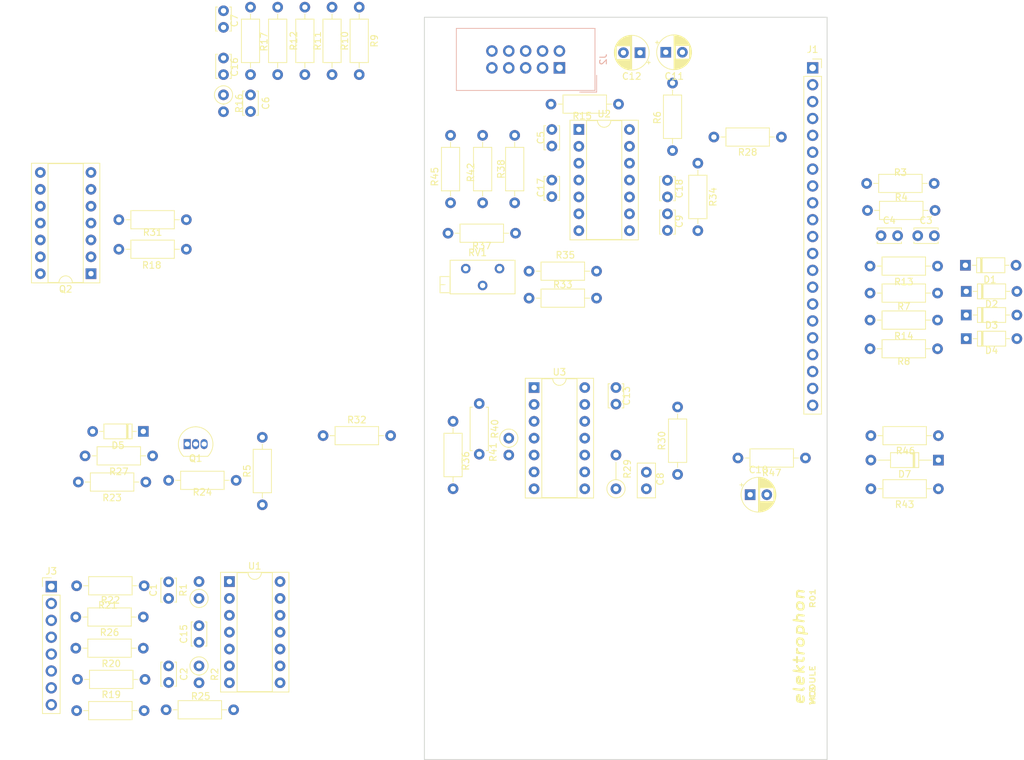
<source format=kicad_pcb>
(kicad_pcb (version 20221018) (generator pcbnew)
  (title_block (title "Voltage Controlled Slope") (date "2019-12-01") (rev "01") (comment 1 "Original design by Ken Stone") (comment 2 "PCB for main circuit") (comment 4 "License CC BY 4.0 - Attribution 4.0 International"))
  (layers (0 "F.Cu" signal) (31 "B.Cu" signal) (34 "B.Paste" user) (35 "F.Paste" user) (36 "B.SilkS" user "B.Silkscreen") (37 "F.SilkS" user "F.Silkscreen") (38 "B.Mask" user) (39 "F.Mask" user) (44 "Edge.Cuts" user))
  (net 0 "")
  (net 1 "/FALL_1")
  (net 2 "/FALL")
  (net 3 "/RISE_1")
  (net 4 "/RISE")
  (net 5 "/TRIGGER")
  (net 6 "Net-(C3-Pad1)")
  (net 7 "/CYCLE_1")
  (net 8 "Net-(C4-Pad1)")
  (net 9 "Net-(C5-Pad2)")
  (net 10 "Net-(C5-Pad1)")
  (net 11 "Net-(C6-Pad2)")
  (net 12 "Net-(C6-Pad1)")
  (net 13 "Net-(C7-Pad2)")
  (net 14 "Net-(C7-Pad1)")
  (net 15 "/NET_1")
  (net 16 "Net-(C8-Pad1)")
  (net 17 "GND")
  (net 18 "+15V")
  (net 19 "-15V")
  (net 20 "/AC_OUT")
  (net 21 "/OUT")
  (net 22 "Net-(D1-Pad2)")
  (net 23 "Net-(D1-Pad1)")
  (net 24 "/CYCLE_2")
  (net 25 "Net-(D3-Pad2)")
  (net 26 "Net-(D5-Pad1)")
  (net 27 "Net-(D7-Pad1)")
  (net 28 "+5V")
  (net 29 "/BIPOLAR_OUT")
  (net 30 "/CV")
  (net 31 "/RISE_RATE")
  (net 32 "/RISE_2")
  (net 33 "/FALL_RATE")
  (net 34 "/FALL_2")
  (net 35 "/IN")
  (net 36 "Net-(Q2-Pad2)")
  (net 37 "TRIG")
  (net 38 "Net-(R15-Pad2)")
  (net 39 "Net-(R33-Pad2)")
  (net 40 "Net-(C8-Pad2)")
  (net 41 "Net-(C9-Pad1)")
  (net 42 "Net-(D5-Pad2)")
  (net 43 "Net-(Q1-Pad2)")
  (net 44 "Net-(Q2-Pad13)")
  (net 45 "Net-(Q2-Pad10)")
  (net 46 "Net-(Q2-Pad9)")
  (net 47 "Net-(R30-Pad2)")
  (net 48 "Net-(R33-Pad1)")
  (net 49 "Net-(R35-Pad1)")
  (net 50 "Net-(R37-Pad2)")
  (net 51 "Net-(R40-Pad2)")
  (net 52 "Net-(R40-Pad1)")
  (net 53 "Net-(R41-Pad2)")
  (net 54 "Net-(R45-Pad1)")
  (net 55 "Net-(U2-Pad13)")
  (net 56 "Net-(J1-Pad21)")
  (net 57 "Net-(J1-Pad20)")
  (net 58 "Net-(J1-Pad19)")
  (net 59 "Net-(J1-Pad18)")
  (net 60 "Net-(J1-Pad17)")
  (net 61 "Net-(J1-Pad16)")
  (net 62 "Net-(J1-Pad15)")
  (net 63 "Net-(J1-Pad14)")
  (net 64 "Net-(J1-Pad13)")
  (net 65 "Net-(U3-Pad5)")
  (footprint "Capacitor_THT:C_Disc_D3.4mm_W2.1mm_P2.50mm" (layer "F.Cu") (at -13.081 112.903 90)
    (fp_text reference "C1" (at 1.25 -2.3 90) (layer "F.SilkS"))
    (fp_text value "47p")
    (pad "1" thru_hole circle (at 0 0 90) (size 1.6 1.6) (drill 0.8) (layers "*.Cu" "*.Mask") (net 2 "/FALL"))
    (pad "2" thru_hole circle (at 2.5 0 90) (size 1.6 1.6) (drill 0.8) (layers "*.Cu" "*.Mask") (net 1 "/FALL_1"))
  )
  (footprint "Capacitor_THT:C_Disc_D3.4mm_W2.1mm_P2.50mm" (layer "F.Cu") (at -13.081 123.063 -90)
    (fp_text reference "C2" (at 1.25 -2.3 90) (layer "F.SilkS"))
    (fp_text value "47p")
    (pad "1" thru_hole circle (at 0 0 270) (size 1.6 1.6) (drill 0.8) (layers "*.Cu" "*.Mask") (net 4 "/RISE"))
    (pad "2" thru_hole circle (at 2.5 0 270) (size 1.6 1.6) (drill 0.8) (layers "*.Cu" "*.Mask") (net 3 "/RISE_1"))
  )
  (footprint "Capacitor_THT:C_Disc_D3.4mm_W2.1mm_P2.50mm" (layer "F.Cu") (at 99.6315 58.293)
    (fp_text reference "C3" (at 1.25 -2.3) (layer "F.SilkS"))
    (fp_text value "1n")
    (pad "1" thru_hole circle (at 0 0) (size 1.6 1.6) (drill 0.8) (layers "*.Cu" "*.Mask") (net 6 "Net-(C3-Pad1)"))
    (pad "2" thru_hole circle (at 2.5 0) (size 1.6 1.6) (drill 0.8) (layers "*.Cu" "*.Mask") (net 5 "/TRIGGER"))
  )
  (footprint "Capacitor_THT:C_Disc_D3.4mm_W2.1mm_P2.50mm" (layer "F.Cu") (at 94.107 58.293)
    (fp_text reference "C4" (at 1.25 -2.3) (layer "F.SilkS"))
    (fp_text value "1n")
    (pad "1" thru_hole circle (at 0 0) (size 1.6 1.6) (drill 0.8) (layers "*.Cu" "*.Mask") (net 8 "Net-(C4-Pad1)"))
    (pad "2" thru_hole circle (at 2.5 0) (size 1.6 1.6) (drill 0.8) (layers "*.Cu" "*.Mask") (net 7 "/CYCLE_1"))
  )
  (footprint "Capacitor_THT:C_Disc_D3.4mm_W2.1mm_P2.50mm" (layer "F.Cu") (at 44.577 42.291 -90)
    (fp_text reference "C5" (at 1.25 1.651 90) (layer "F.SilkS"))
    (fp_text value "47p")
    (pad "1" thru_hole circle (at 0 0 270) (size 1.6 1.6) (drill 0.8) (layers "*.Cu" "*.Mask") (net 10 "Net-(C5-Pad1)"))
    (pad "2" thru_hole circle (at 2.5 0 270) (size 1.6 1.6) (drill 0.8) (layers "*.Cu" "*.Mask") (net 9 "Net-(C5-Pad2)"))
  )
  (footprint "Capacitor_THT:C_Disc_D3.4mm_W2.1mm_P2.50mm" (layer "F.Cu") (at -0.762 37.084 -90)
    (fp_text reference "C6" (at 1.25 -2.3 90) (layer "F.SilkS"))
    (fp_text value "47p")
    (pad "1" thru_hole circle (at 0 0 270) (size 1.6 1.6) (drill 0.8) (layers "*.Cu" "*.Mask") (net 12 "Net-(C6-Pad1)"))
    (pad "2" thru_hole circle (at 2.5 0 270) (size 1.6 1.6) (drill 0.8) (layers "*.Cu" "*.Mask") (net 11 "Net-(C6-Pad2)"))
  )
  (footprint "Capacitor_THT:C_Disc_D3.4mm_W2.1mm_P2.50mm" (layer "F.Cu") (at -4.826 26.924 90)
    (fp_text reference "C7" (at 1.016 1.651 90) (layer "F.SilkS"))
    (fp_text value "47p")
    (pad "1" thru_hole circle (at 0 0 90) (size 1.6 1.6) (drill 0.8) (layers "*.Cu" "*.Mask") (net 14 "Net-(C7-Pad1)"))
    (pad "2" thru_hole circle (at 2.5 0 90) (size 1.6 1.6) (drill 0.8) (layers "*.Cu" "*.Mask") (net 13 "Net-(C7-Pad2)"))
  )
  (footprint "Capacitor_THT:C_Disc_D3.4mm_W2.1mm_P2.50mm" (layer "F.Cu") (at 61.976 54.991 -90)
    (fp_text reference "C9" (at 1.143 -1.778 90) (layer "F.SilkS"))
    (fp_text value "22n")
    (pad "1" thru_hole circle (at 0 0 270) (size 1.6 1.6) (drill 0.8) (layers "*.Cu" "*.Mask") (net 41 "Net-(C9-Pad1)"))
    (pad "2" thru_hole circle (at 2.5 0 270) (size 1.6 1.6) (drill 0.8) (layers "*.Cu" "*.Mask") (net 15 "/NET_1"))
  )
  (footprint "Capacitor_THT:CP_Radial_D5.0mm_P2.50mm" (layer "F.Cu") (at 61.722 30.6705)
    (fp_text reference "C11" (at 1.27 3.6195) (layer "F.SilkS"))
    (fp_text value "10u")
    (pad "1" thru_hole rect (at 0 0) (size 1.6 1.6) (drill 0.8) (layers "*.Cu" "*.Mask") (net 18 "+15V"))
    (pad "2" thru_hole circle (at 2.5 0) (size 1.6 1.6) (drill 0.8) (layers "*.Cu" "*.Mask") (net 17 "GND"))
  )
  (footprint "Capacitor_THT:CP_Radial_D5.0mm_P2.50mm" (layer "F.Cu") (at 57.8485 30.734 180)
    (fp_text reference "C12" (at 1.25 -3.556) (layer "F.SilkS"))
    (fp_text value "10u")
    (pad "1" thru_hole rect (at 0 0 180) (size 1.6 1.6) (drill 0.8) (layers "*.Cu" "*.Mask") (net 17 "GND"))
    (pad "2" thru_hole circle (at 2.5 0 180) (size 1.6 1.6) (drill 0.8) (layers "*.Cu" "*.Mask") (net 19 "-15V"))
  )
  (footprint "Capacitor_THT:C_Disc_D3.4mm_W2.1mm_P2.50mm" (layer "F.Cu") (at 54.229 81.153 -90)
    (fp_text reference "C13" (at 1.25 -1.5875 90) (layer "F.SilkS"))
    (fp_text value "0.1u")
    (pad "1" thru_hole circle (at 0 0 270) (size 1.6 1.6) (drill 0.8) (layers "*.Cu" "*.Mask") (net 18 "+15V"))
    (pad "2" thru_hole circle (at 2.5 0 270) (size 1.6 1.6) (drill 0.8) (layers "*.Cu" "*.Mask") (net 18 "+15V"))
  )
  (footprint "Capacitor_THT:C_Disc_D5.0mm_W2.5mm_P2.50mm" (layer "F.Cu") (at 58.801 96.393 90)
    (fp_text reference "C8" (at 1.4605 2.0955 90) (layer "F.SilkS"))
    (fp_text value "47p")
    (pad "1" thru_hole circle (at 0 0 90) (size 1.6 1.6) (drill 0.8) (layers "*.Cu" "*.Mask") (net 16 "Net-(C8-Pad1)"))
    (pad "2" thru_hole circle (at 2.5 0 90) (size 1.6 1.6) (drill 0.8) (layers "*.Cu" "*.Mask") (net 40 "Net-(C8-Pad2)"))
  )
  (footprint "Capacitor_THT:CP_Radial_D5.0mm_P2.50mm" (layer "F.Cu") (at 74.422 97.282)
    (fp_text reference "C10" (at 1.25 -3.75) (layer "F.SilkS"))
    (fp_text value "47u")
    (pad "1" thru_hole rect (at 0 0) (size 1.6 1.6) (drill 0.8) (layers "*.Cu" "*.Mask") (net 21 "/OUT"))
    (pad "2" thru_hole circle (at 2.5 0) (size 1.6 1.6) (drill 0.8) (layers "*.Cu" "*.Mask") (net 20 "/AC_OUT"))
  )
  (footprint "Capacitor_THT:C_Disc_D3.4mm_W2.1mm_P2.50mm" (layer "F.Cu") (at -8.509 119.507 90)
    (fp_text reference "C15" (at 1.25 -2.3 90) (layer "F.SilkS"))
    (fp_text value "0.1u")
    (pad "1" thru_hole circle (at 0 0 90) (size 1.6 1.6) (drill 0.8) (layers "*.Cu" "*.Mask") (net 18 "+15V"))
    (pad "2" thru_hole circle (at 2.5 0 90) (size 1.6 1.6) (drill 0.8) (layers "*.Cu" "*.Mask") (net 18 "+15V"))
  )
  (footprint "Capacitor_THT:C_Disc_D3.4mm_W2.1mm_P2.50mm" (layer "F.Cu") (at -4.826 34.036 90)
    (fp_text reference "C16" (at 1.143 1.651 90) (layer "F.SilkS"))
    (fp_text value "0.1u")
    (pad "1" thru_hole circle (at 0 0 90) (size 1.6 1.6) (drill 0.8) (layers "*.Cu" "*.Mask") (net 18 "+15V"))
    (pad "2" thru_hole circle (at 2.5 0 90) (size 1.6 1.6) (drill 0.8) (layers "*.Cu" "*.Mask") (net 19 "-15V"))
  )
  (footprint "Capacitor_THT:C_Disc_D3.4mm_W2.1mm_P2.50mm" (layer "F.Cu") (at 44.577 49.911 -90)
    (fp_text reference "C17" (at 1.143 1.651 90) (layer "F.SilkS"))
    (fp_text value "0.1u")
    (pad "1" thru_hole circle (at 0 0 270) (size 1.6 1.6) (drill 0.8) (layers "*.Cu" "*.Mask") (net 18 "+15V"))
    (pad "2" thru_hole circle (at 2.5 0 270) (size 1.6 1.6) (drill 0.8) (layers "*.Cu" "*.Mask") (net 18 "+15V"))
  )
  (footprint "Capacitor_THT:C_Disc_D3.4mm_W2.1mm_P2.50mm" (layer "F.Cu") (at 61.976 52.451 90)
    (fp_text reference "C18" (at 1.25 1.778 90) (layer "F.SilkS"))
    (fp_text value "0.1u")
    (pad "1" thru_hole circle (at 0 0 90) (size 1.6 1.6) (drill 0.8) (layers "*.Cu" "*.Mask") (net 18 "+15V"))
    (pad "2" thru_hole circle (at 2.5 0 90) (size 1.6 1.6) (drill 0.8) (layers "*.Cu" "*.Mask") (net 19 "-15V"))
  )
  (footprint "Diode_THT:D_DO-35_SOD27_P7.62mm_Horizontal" (layer "F.Cu") (at 106.807 62.738)
    (fp_text reference "D1" (at 3.683 2.159) (layer "F.SilkS"))
    (fp_text value "1N4148")
    (pad "1" thru_hole rect (at 0 0) (size 1.6 1.6) (drill 0.8) (layers "*.Cu" "*.Mask") (net 23 "Net-(D1-Pad1)"))
    (pad "2" thru_hole oval (at 7.62 0) (size 1.6 1.6) (drill 0.8) (layers "*.Cu" "*.Mask") (net 22 "Net-(D1-Pad2)"))
  )
  (footprint "Diode_THT:D_DO-35_SOD27_P7.62mm_Horizontal" (layer "F.Cu") (at 106.934 66.675)
    (fp_text reference "D2" (at 3.81 1.905) (layer "F.SilkS"))
    (fp_text value "1N4148")
    (pad "1" thru_hole rect (at 0 0) (size 1.6 1.6) (drill 0.8) (layers "*.Cu" "*.Mask") (net 24 "/CYCLE_2"))
    (pad "2" thru_hole oval (at 7.62 0) (size 1.6 1.6) (drill 0.8) (layers "*.Cu" "*.Mask") (net 22 "Net-(D1-Pad2)"))
  )
  (footprint "Diode_THT:D_DO-35_SOD27_P7.62mm_Horizontal" (layer "F.Cu") (at 106.934 70.231)
    (fp_text reference "D3" (at 3.81 1.524) (layer "F.SilkS"))
    (fp_text value "1N4148")
    (pad "1" thru_hole rect (at 0 0) (size 1.6 1.6) (drill 0.8) (layers "*.Cu" "*.Mask") (net 23 "Net-(D1-Pad1)"))
    (pad "2" thru_hole oval (at 7.62 0) (size 1.6 1.6) (drill 0.8) (layers "*.Cu" "*.Mask") (net 25 "Net-(D3-Pad2)"))
  )
  (footprint "Diode_THT:D_DO-35_SOD27_P7.62mm_Horizontal" (layer "F.Cu") (at 106.934 73.787)
    (fp_text reference "D4" (at 3.81 1.778) (layer "F.SilkS"))
    (fp_text value "1N4148")
    (pad "1" thru_hole rect (at 0 0) (size 1.6 1.6) (drill 0.8) (layers "*.Cu" "*.Mask") (net 24 "/CYCLE_2"))
    (pad "2" thru_hole oval (at 7.62 0) (size 1.6 1.6) (drill 0.8) (layers "*.Cu" "*.Mask") (net 25 "Net-(D3-Pad2)"))
  )
  (footprint "Diode_THT:D_DO-35_SOD27_P10.16mm_Horizontal" (layer "F.Cu") (at 102.743 92.075 180)
    (fp_text reference "D7" (at 5.08 -2.12) (layer "F.SilkS"))
    (fp_text value "5v5")
    (pad "1" thru_hole rect (at 0 0 180) (size 1.6 1.6) (drill 0.8) (layers "*.Cu" "*.Mask") (net 27 "Net-(D7-Pad1)"))
    (pad "2" thru_hole oval (at 10.16 0 180) (size 1.6 1.6) (drill 0.8) (layers "*.Cu" "*.Mask") (net 17 "GND"))
  )
  (footprint "Diode_THT:D_DO-35_SOD27_P7.62mm_Horizontal" (layer "F.Cu") (at -16.891 87.757 180)
    (fp_text reference "D5" (at 3.81 -2.12) (layer "F.SilkS"))
    (fp_text value "1N4148")
    (pad "1" thru_hole rect (at 0 0 180) (size 1.6 1.6) (drill 0.8) (layers "*.Cu" "*.Mask") (net 26 "Net-(D5-Pad1)"))
    (pad "2" thru_hole oval (at 7.62 0 180) (size 1.6 1.6) (drill 0.8) (layers "*.Cu" "*.Mask") (net 42 "Net-(D5-Pad2)"))
  )
  (footprint "MountingHole:MountingHole_2.2mm_M2" (layer "F.Cu") (at 27.94 27.94)
    (fp_text reference "H1" hide)
    (fp_text value "MountingHole" hide)
    (pad "" np_thru_hole circle locked (at 0 0) (size 2.2 2.2) (drill 2.2) (layers "*.Cu" "*.Mask"))
  )
  (footprint "MountingHole:MountingHole_2.2mm_M2" (layer "F.Cu") (at 83.46 27.94)
    (fp_text reference "H2" hide)
    (fp_text value "MountingHole" hide)
    (pad "" np_thru_hole circle locked (at 0 0) (size 2.2 2.2) (drill 2.2) (layers "*.Cu" "*.Mask"))
  )
  (footprint "MountingHole:MountingHole_2.2mm_M2" (layer "F.Cu") (at 83.46 134.62)
    (fp_text reference "H3" hide)
    (fp_text value "MountingHole" hide)
    (pad "" np_thru_hole circle locked (at 0 0) (size 2.2 2.2) (drill 2.2) (layers "*.Cu" "*.Mask"))
  )
  (footprint "MountingHole:MountingHole_2.2mm_M2" (layer "F.Cu") (at 27.94 134.62)
    (fp_text reference "H4" hide)
    (fp_text value "MountingHole" hide)
    (pad "" np_thru_hole circle (at 0 0) (size 2.2 2.2) (drill 2.2) (layers "*.Cu" "*.Mask"))
  )
  (footprint "Package_TO_SOT_THT:TO-92_Inline" (layer "F.Cu") (at -10.287 89.662)
    (fp_text reference "Q1" (at 1.27 2.159) (layer "F.SilkS"))
    (fp_text value "2N3906")
    (pad "1" thru_hole rect (at 0 0) (size 1.05 1.5) (drill 0.75) (layers "*.Cu" "*.Mask") (net 18 "+15V"))
    (pad "2" thru_hole oval (at 1.27 0) (size 1.05 1.5) (drill 0.75) (layers "*.Cu" "*.Mask") (net 43 "Net-(Q1-Pad2)"))
    (pad "3" thru_hole oval (at 2.54 0) (size 1.05 1.5) (drill 0.75) (layers "*.Cu" "*.Mask") (net 26 "Net-(D5-Pad1)"))
  )
  (footprint "Package_DIP:DIP-14_W7.62mm_Socket" (layer "F.Cu") (at -24.765 64.008 180)
    (fp_text reference "Q2" (at 3.81 -2.33) (layer "F.SilkS"))
    (fp_text value "THAT340")
    (pad "1" thru_hole rect (at 0 0 180) (size 1.6 1.6) (drill 0.8) (layers "*.Cu" "*.Mask") (net 17 "GND"))
    (pad "2" thru_hole oval (at 0 2.54 180) (size 1.6 1.6) (drill 0.8) (layers "*.Cu" "*.Mask") (net 36 "Net-(Q2-Pad2)"))
    (pad "3" thru_hole oval (at 0 5.08 180) (size 1.6 1.6) (drill 0.8) (layers "*.Cu" "*.Mask") (net 45 "Net-(Q2-Pad10)"))
    (pad "4" thru_hole oval (at 0 7.62 180) (size 1.6 1.6) (drill 0.8) (layers "*.Cu" "*.Mask") (net 17 "GND"))
    (pad "5" thru_hole oval (at 0 10.16 180) (size 1.6 1.6) (drill 0.8) (layers "*.Cu" "*.Mask") (net 45 "Net-(Q2-Pad10)"))
    (pad "6" thru_hole oval (at 0 12.7 180) (size 1.6 1.6) (drill 0.8) (layers "*.Cu" "*.Mask") (net 44 "Net-(Q2-Pad13)"))
    (pad "7" thru_hole oval (at 0 15.24 180) (size 1.6 1.6) (drill 0.8) (layers "*.Cu" "*.Mask") (net 17 "GND"))
    (pad "8" thru_hole oval (at 7.62 15.24 180) (size 1.6 1.6) (drill 0.8) (layers "*.Cu" "*.Mask") (net 41 "Net-(C9-Pad1)"))
    (pad "9" thru_hole oval (at 7.62 12.7 180) (size 1.6 1.6) (drill 0.8) (layers "*.Cu" "*.Mask") (net 46 "Net-(Q2-Pad9)"))
    (pad "10" thru_hole oval (at 7.62 10.16 180) (size 1.6 1.6) (drill 0.8) (layers "*.Cu" "*.Mask") (net 45 "Net-(Q2-Pad10)"))
    (pad "11" thru_hole oval (at 7.62 7.62 180) (size 1.6 1.6) (drill 0.8) (layers "*.Cu" "*.Mask") (net 17 "GND"))
    (pad "12" thru_hole oval (at 7.62 5.08 180) (size 1.6 1.6) (drill 0.8) (layers "*.Cu" "*.Mask") (net 45 "Net-(Q2-Pad10)"))
    (pad "13" thru_hole oval (at 7.62 2.54 180) (size 1.6 1.6) (drill 0.8) (layers "*.Cu" "*.Mask") (net 44 "Net-(Q2-Pad13)"))
    (pad "14" thru_hole oval (at 7.62 0 180) (size 1.6 1.6) (drill 0.8) (layers "*.Cu" "*.Mask") (net 41 "Net-(C9-Pad1)"))
  )
  (footprint "Resistor_THT:R_Axial_DIN0207_L6.3mm_D2.5mm_P10.16mm_Horizontal" (layer "F.Cu") (at 91.948 50.419)
    (fp_text reference "R3" (at 5.08 -1.651) (layer "F.SilkS"))
    (fp_text value "100k" hide)
    (pad "1" thru_hole circle (at 0 0) (size 1.6 1.6) (drill 0.8) (layers "*.Cu" "*.Mask") (net 17 "GND"))
    (pad "2" thru_hole oval (at 10.16 0) (size 1.6 1.6) (drill 0.8) (layers "*.Cu" "*.Mask") (net 5 "/TRIGGER"))
  )
  (footprint "Resistor_THT:R_Axial_DIN0207_L6.3mm_D2.5mm_P10.16mm_Horizontal" (layer "F.Cu") (at 92.075 54.483)
    (fp_text reference "R4" (at 5.08 -1.9685) (layer "F.SilkS"))
    (fp_text value "100k")
    (pad "1" thru_hole circle (at 0 0) (size 1.6 1.6) (drill 0.8) (layers "*.Cu" "*.Mask") (net 17 "GND"))
    (pad "2" thru_hole oval (at 10.16 0) (size 1.6 1.6) (drill 0.8) (layers "*.Cu" "*.Mask") (net 7 "/CYCLE_1"))
  )
  (footprint "Resistor_THT:R_Axial_DIN0207_L6.3mm_D2.5mm_P10.16mm_Horizontal" (layer "F.Cu") (at 92.456 66.929)
    (fp_text reference "R7" (at 5.08 2.032) (layer "F.SilkS"))
    (fp_text value "100k")
    (pad "1" thru_hole circle (at 0 0) (size 1.6 1.6) (drill 0.8) (layers "*.Cu" "*.Mask") (net 17 "GND"))
    (pad "2" thru_hole oval (at 10.16 0) (size 1.6 1.6) (drill 0.8) (layers "*.Cu" "*.Mask") (net 6 "Net-(C3-Pad1)"))
  )
  (footprint "Resistor_THT:R_Axial_DIN0207_L6.3mm_D2.5mm_P10.16mm_Horizontal" (layer "F.Cu") (at 92.456 75.311)
    (fp_text reference "R8" (at 5.08 1.905) (layer "F.SilkS"))
    (fp_text value "100k")
    (pad "1" thru_hole circle (at 0 0) (size 1.6 1.6) (drill 0.8) (layers "*.Cu" "*.Mask") (net 17 "GND"))
    (pad "2" thru_hole oval (at 10.16 0) (size 1.6 1.6) (drill 0.8) (layers "*.Cu" "*.Mask") (net 8 "Net-(C4-Pad1)"))
  )
  (footprint "Resistor_THT:R_Axial_DIN0207_L6.3mm_D2.5mm_P10.16mm_Horizontal" (layer "F.Cu") (at 102.616 62.865 180)
    (fp_text reference "R13" (at 5.08 -2.37) (layer "F.SilkS"))
    (fp_text value "33k")
    (pad "1" thru_hole circle (at 0 0 180) (size 1.6 1.6) (drill 0.8) (layers "*.Cu" "*.Mask") (net 6 "Net-(C3-Pad1)"))
    (pad "2" thru_hole oval (at 10.16 0 180) (size 1.6 1.6) (drill 0.8) (layers "*.Cu" "*.Mask") (net 22 "Net-(D1-Pad2)"))
  )
  (footprint "Resistor_THT:R_Axial_DIN0207_L6.3mm_D2.5mm_P10.16mm_Horizontal" (layer "F.Cu") (at 92.456 70.993)
    (fp_text reference "R14" (at 5.08 2.413) (layer "F.SilkS"))
    (fp_text value "33k")
    (pad "1" thru_hole circle (at 0 0) (size 1.6 1.6) (drill 0.8) (layers "*.Cu" "*.Mask") (net 8 "Net-(C4-Pad1)"))
    (pad "2" thru_hole oval (at 10.16 0) (size 1.6 1.6) (drill 0.8) (layers "*.Cu" "*.Mask") (net 25 "Net-(D3-Pad2)"))
  )
  (footprint "Resistor_THT:R_Axial_DIN0207_L6.3mm_D2.5mm_P5.08mm_Vertical" (layer "F.Cu") (at 54.229 96.393 90)
    (fp_text reference "R29" (at 2.9845 1.7145 90) (layer "F.SilkS"))
    (fp_text value "820k")
    (pad "1" thru_hole circle (at 0 0 90) (size 1.6 1.6) (drill 0.8) (layers "*.Cu" "*.Mask") (net 16 "Net-(C8-Pad1)"))
    (pad "2" thru_hole oval (at 5.08 0 90) (size 1.6 1.6) (drill 0.8) (layers "*.Cu" "*.Mask") (net 40 "Net-(C8-Pad2)"))
  )
  (footprint "Resistor_THT:R_Axial_DIN0207_L6.3mm_D2.5mm_P10.16mm_Horizontal" (layer "F.Cu") (at 63.5 94.234 90)
    (fp_text reference "R30" (at 5.08 -2.37 90) (layer "F.SilkS"))
    (fp_text value "820k")
    (pad "1" thru_hole circle (at 0 0 90) (size 1.6 1.6) (drill 0.8) (layers "*.Cu" "*.Mask") (net 37 "TRIG"))
    (pad "2" thru_hole oval (at 10.16 0 90) (size 1.6 1.6) (drill 0.8) (layers "*.Cu" "*.Mask") (net 47 "Net-(R30-Pad2)"))
  )
  (footprint "Resistor_THT:R_Axial_DIN0207_L6.3mm_D2.5mm_P10.16mm_Horizontal" (layer "F.Cu") (at 41.148 67.691)
    (fp_text reference "R33" (at 5.08 -2.032) (layer "F.SilkS"))
    (fp_text value "220k")
    (pad "1" thru_hole circle (at 0 0) (size 1.6 1.6) (drill 0.8) (layers "*.Cu" "*.Mask") (net 48 "Net-(R33-Pad1)"))
    (pad "2" thru_hole oval (at 10.16 0) (size 1.6 1.6) (drill 0.8) (layers "*.Cu" "*.Mask") (net 39 "Net-(R33-Pad2)"))
  )
  (footprint "Resistor_THT:R_Axial_DIN0207_L6.3mm_D2.5mm_P10.16mm_Horizontal" (layer "F.Cu") (at 51.308 63.627 180)
    (fp_text reference "R35" (at 4.699 2.413) (layer "F.SilkS"))
    (fp_text value "330k")
    (pad "1" thru_hole circle (at 0 0 180) (size 1.6 1.6) (drill 0.8) (layers "*.Cu" "*.Mask") (net 49 "Net-(R35-Pad1)"))
    (pad "2" thru_hole oval (at 10.16 0 180) (size 1.6 1.6) (drill 0.8) (layers "*.Cu" "*.Mask") (net 21 "/OUT"))
  )
  (footprint "Resistor_THT:R_Axial_DIN0207_L6.3mm_D2.5mm_P10.16mm_Horizontal" (layer "F.Cu") (at 29.718 96.393 90)
    (fp_text reference "R36" (at 4.191 1.905 90) (layer "F.SilkS"))
    (fp_text value "10m")
    (pad "1" thru_hole circle (at 0 0 90) (size 1.6 1.6) (drill 0.8) (layers "*.Cu" "*.Mask") (net 18 "+15V"))
    (pad "2" thru_hole oval (at 10.16 0 90) (size 1.6 1.6) (drill 0.8) (layers "*.Cu" "*.Mask") (net 49 "Net-(R35-Pad1)"))
  )
  (footprint "Resistor_THT:R_Axial_DIN0207_L6.3mm_D2.5mm_P10.16mm_Horizontal" (layer "F.Cu") (at 28.956 57.912)
    (fp_text reference "R37" (at 5.08 1.905) (layer "F.SilkS"))
    (fp_text value "100k")
    (pad "1" thru_hole circle (at 0 0) (size 1.6 1.6) (drill 0.8) (layers "*.Cu" "*.Mask") (net 21 "/OUT"))
    (pad "2" thru_hole oval (at 10.16 0) (size 1.6 1.6) (drill 0.8) (layers "*.Cu" "*.Mask") (net 50 "Net-(R37-Pad2)"))
  )
  (footprint "Resistor_THT:R_Axial_DIN0207_L6.3mm_D2.5mm_P10.16mm_Horizontal" (layer "F.Cu") (at 38.989 43.18 -90)
    (fp_text reference "R38" (at 5.08 2.032 90) (layer "F.SilkS"))
    (fp_text value "620k")
    (pad "1" thru_hole circle (at 0 0 270) (size 1.6 1.6) (drill 0.8) (layers "*.Cu" "*.Mask") (net 17 "GND"))
    (pad "2" thru_hole oval (at 10.16 0 270) (size 1.6 1.6) (drill 0.8) (layers "*.Cu" "*.Mask") (net 50 "Net-(R37-Pad2)"))
  )
  (footprint "Resistor_THT:R_Axial_DIN0207_L6.3mm_D2.5mm_P7.62mm_Horizontal" (layer "F.Cu") (at 33.655 91.186 90)
    (fp_text reference "R40" (at 3.81 2.3495 90) (layer "F.SilkS"))
    (fp_text value "1m")
    (pad "1" thru_hole circle (at 0 0 90) (size 1.6 1.6) (drill 0.8) (layers "*.Cu" "*.Mask") (net 52 "Net-(R40-Pad1)"))
    (pad "2" thru_hole oval (at 7.62 0 90) (size 1.6 1.6) (drill 0.8) (layers "*.Cu" "*.Mask") (net 51 "Net-(R40-Pad2)"))
  )
  (footprint "Resistor_THT:R_Axial_DIN0207_L6.3mm_D2.5mm_P2.54mm_Vertical" (layer "F.Cu") (at 38.1 88.773 -90)
    (fp_text reference "R41" (at 2.0955 2.3495 90) (layer "F.SilkS"))
    (fp_text value "1m")
    (pad "1" thru_hole circle (at 0 0 270) (size 1.6 1.6) (drill 0.8) (layers "*.Cu" "*.Mask") (net 52 "Net-(R40-Pad1)"))
    (pad "2" thru_hole oval (at 2.54 0 270) (size 1.6 1.6) (drill 0.8) (layers "*.Cu" "*.Mask") (net 53 "Net-(R41-Pad2)"))
  )
  (footprint "Resistor_THT:R_Axial_DIN0207_L6.3mm_D2.5mm_P10.16mm_Horizontal" (layer "F.Cu") (at 34.163 53.34 90)
    (fp_text reference "R42" (at 4.572 -1.778 90) (layer "F.SilkS"))
    (fp_text value "100k")
    (pad "1" thru_hole circle (at 0 0 90) (size 1.6 1.6) (drill 0.8) (layers "*.Cu" "*.Mask") (net 50 "Net-(R37-Pad2)"))
    (pad "2" thru_hole oval (at 10.16 0 90) (size 1.6 1.6) (drill 0.8) (layers "*.Cu" "*.Mask") (net 29 "/BIPOLAR_OUT"))
  )
  (footprint "Resistor_THT:R_Axial_DIN0207_L6.3mm_D2.5mm_P10.16mm_Horizontal" (layer "F.Cu") (at 102.743 96.393 180)
    (fp_text reference "R43" (at 5.08 -2.37) (layer "F.SilkS"))
    (fp_text value "2k2")
    (pad "1" thru_hole circle (at 0 0 180) (size 1.6 1.6) (drill 0.8) (layers "*.Cu" "*.Mask") (net 27 "Net-(D7-Pad1)"))
    (pad "2" thru_hole oval (at 10.16 0 180) (size 1.6 1.6) (drill 0.8) (layers "*.Cu" "*.Mask") (net 52 "Net-(R40-Pad1)"))
  )
  (footprint "Resistor_THT:R_Axial_DIN0207_L6.3mm_D2.5mm_P10.16mm_Horizontal" (layer "F.Cu") (at 29.337 53.34 90)
    (fp_text reference "R45" (at 3.937 -2.37 90) (layer "F.SilkS"))
    (fp_text value "330")
    (pad "1" thru_hole circle (at 0 0 90) (size 1.6 1.6) (drill 0.8) (layers "*.Cu" "*.Mask") (net 54 "Net-(R45-Pad1)"))
    (pad "2" thru_hole oval (at 10.16 0 90) (size 1.6 1.6) (drill 0.8) (layers "*.Cu" "*.Mask") (net 29 "/BIPOLAR_OUT"))
  )
  (footprint "Resistor_THT:R_Axial_DIN0207_L6.3mm_D2.5mm_P10.16mm_Horizontal" (layer "F.Cu") (at 92.583 88.392)
    (fp_text reference "R46" (at 5.207 2.286) (layer "F.SilkS"))
    (fp_text value "1k")
    (pad "1" thru_hole circle (at 0 0) (size 1.6 1.6) (drill 0.8) (layers "*.Cu" "*.Mask") (net 24 "/CYCLE_2"))
    (pad "2" thru_hole oval (at 10.16 0) (size 1.6 1.6) (drill 0.8) (layers "*.Cu" "*.Mask") (net 27 "Net-(D7-Pad1)"))
  )
  (footprint "Resistor_THT:R_Axial_DIN0207_L6.3mm_D2.5mm_P10.16mm_Horizontal" (layer "F.Cu") (at 72.5805 91.7575)
    (fp_text reference "R47" (at 5.08 2.2225) (layer "F.SilkS"))
    (fp_text value "1M")
    (pad "1" thru_hole circle (at 0 0) (size 1.6 1.6) (drill 0.8) (layers "*.Cu" "*.Mask") (net 20 "/AC_OUT"))
    (pad "2" thru_hole oval (at 10.16 0) (size 1.6 1.6) (drill 0.8) (layers "*.Cu" "*.Mask") (net 17 "GND"))
  )
  (footprint "Resistor_THT:R_Axial_DIN0207_L6.3mm_D2.5mm_P2.54mm_Vertical" (layer "F.Cu") (at -8.509 112.903 90)
    (fp_text reference "R1" (at 1.27 -2.37 90) (layer "F.SilkS"))
    (fp_text value "100k")
    (pad "1" thru_hole circle (at 0 0 90) (size 1.6 1.6) (drill 0.8) (layers "*.Cu" "*.Mask") (net 2 "/FALL"))
    (pad "2" thru_hole oval (at 2.54 0 90) (size 1.6 1.6) (drill 0.8) (layers "*.Cu" "*.Mask") (net 1 "/FALL_1"))
  )
  (footprint "Resistor_THT:R_Axial_DIN0207_L6.3mm_D2.5mm_P2.54mm_Vertical" (layer "F.Cu") (at -8.509 123.063 -90)
    (fp_text reference "R2" (at 1.27 -2.37 90) (layer "F.SilkS"))
    (fp_text value "100k")
    (pad "1" thru_hole circle (at 0 0 270) (size 1.6 1.6) (drill 0.8) (layers "*.Cu" "*.Mask") (net 4 "/RISE"))
    (pad "2" thru_hole oval (at 2.54 0 270) (size 1.6 1.6) (drill 0.8) (layers "*.Cu" "*.Mask") (net 3 "/RISE_1"))
  )
  (footprint "Resistor_THT:R_Axial_DIN0207_L6.3mm_D2.5mm_P10.16mm_Horizontal" (layer "F.Cu") (at 1.016 88.646 -90)
    (fp_text reference "R5" (at 5.08 2.286 90) (layer "F.SilkS"))
    (fp_text value "100k")
    (pad "1" thru_hole circle (at 0 0 270) (size 1.6 1.6) (drill 0.8) (layers "*.Cu" "*.Mask") (net 17 "GND"))
    (pad "2" thru_hole oval (at 10.16 0 270) (size 1.6 1.6) (drill 0.8) (layers "*.Cu" "*.Mask") (net 35 "/IN"))
  )
  (footprint "Resistor_THT:R_Axial_DIN0207_L6.3mm_D2.5mm_P10.16mm_Horizontal" (layer "F.Cu") (at 62.738 35.306 -90)
    (fp_text reference "R6" (at 5.207 2.286 90) (layer "F.SilkS"))
    (fp_text value "100k")
    (pad "1" thru_hole circle (at 0 0 270) (size 1.6 1.6) (drill 0.8) (layers "*.Cu" "*.Mask") (net 35 "/IN"))
    (pad "2" thru_hole oval (at 10.16 0 270) (size 1.6 1.6) (drill 0.8) (layers "*.Cu" "*.Mask") (net 9 "Net-(C5-Pad2)"))
  )
  (footprint "Resistor_THT:R_Axial_DIN0207_L6.3mm_D2.5mm_P10.16mm_Horizontal" (layer "F.Cu") (at 15.5956 23.876 -90)
    (fp_text reference "R9" (at 5.08 -2.286 90) (layer "F.SilkS"))
    (fp_text value "1M")
    (pad "1" thru_hole circle (at 0 0 270) (size 1.6 1.6) (drill 0.8) (layers "*.Cu" "*.Mask") (net 17 "GND"))
    (pad "2" thru_hole oval (at 10.16 0 270) (size 1.6 1.6) (drill 0.8) (layers "*.Cu" "*.Mask") (net 12 "Net-(C6-Pad1)"))
  )
  (footprint "Resistor_THT:R_Axial_DIN0207_L6.3mm_D2.5mm_P10.16mm_Horizontal" (layer "F.Cu") (at 11.5062 23.876 -90)
    (fp_text reference "R10" (at 5.08 -1.905 90) (layer "F.SilkS"))
    (fp_text value "470k")
    (pad "1" thru_hole circle (at 0 0 270) (size 1.6 1.6) (drill 0.8) (layers "*.Cu" "*.Mask") (net 1 "/FALL_1"))
    (pad "2" thru_hole oval (at 10.16 0 270) (size 1.6 1.6) (drill 0.8) (layers "*.Cu" "*.Mask") (net 12 "Net-(C6-Pad1)"))
  )
  (footprint "Resistor_THT:R_Axial_DIN0207_L6.3mm_D2.5mm_P10.16mm_Horizontal" (layer "F.Cu") (at 7.4168 23.876 -90)
    (fp_text reference "R11" (at 5.08 -1.905 90) (layer "F.SilkS"))
    (fp_text value "1M")
    (pad "1" thru_hole circle (at 0 0 270) (size 1.6 1.6) (drill 0.8) (layers "*.Cu" "*.Mask") (net 17 "GND"))
    (pad "2" thru_hole oval (at 10.16 0 270) (size 1.6 1.6) (drill 0.8) (layers "*.Cu" "*.Mask") (net 14 "Net-(C7-Pad1)"))
  )
  (footprint "Resistor_THT:R_Axial_DIN0207_L6.3mm_D2.5mm_P10.16mm_Horizontal" (layer "F.Cu") (at 3.3274 34.036 90)
    (fp_text reference "R12" (at 5.08 2.413 90) (layer "F.SilkS"))
    (fp_text value "470k")
    (pad "1" thru_hole circle (at 0 0 90) (size 1.6 1.6) (drill 0.8) (layers "*.Cu" "*.Mask") (net 3 "/RISE_1"))
    (pad "2" thru_hole oval (at 10.16 0 90) (size 1.6 1.6) (drill 0.8) (layers "*.Cu" "*.Mask") (net 14 "Net-(C7-Pad1)"))
  )
  (footprint "Resistor_THT:R_Axial_DIN0207_L6.3mm_D2.5mm_P10.16mm_Horizontal" (layer "F.Cu") (at 44.45 38.481)
    (fp_text reference "R15" (at 4.699 1.778) (layer "F.SilkS"))
    (fp_text value "10M")
    (pad "1" thru_hole circle (at 0 0) (size 1.6 1.6) (drill 0.8) (layers "*.Cu" "*.Mask") (net 10 "Net-(C5-Pad1)"))
    (pad "2" thru_hole oval (at 10.16 0) (size 1.6 1.6) (drill 0.8) (layers "*.Cu" "*.Mask") (net 38 "Net-(R15-Pad2)"))
  )
  (footprint "Resistor_THT:R_Axial_DIN0207_L6.3mm_D2.5mm_P2.54mm_Vertical" (layer "F.Cu") (at -4.826 37.084 -90)
    (fp_text reference "R16" (at 1.27 -2.37 90) (layer "F.SilkS"))
    (fp_text value "820k")
    (pad "1" thru_hole circle (at 0 0 270) (size 1.6 1.6) (drill 0.8) (layers "*.Cu" "*.Mask") (net 12 "Net-(C6-Pad1)"))
    (pad "2" thru_hole oval (at 2.54 0 270) (size 1.6 1.6) (drill 0.8) (layers "*.Cu" "*.Mask") (net 11 "Net-(C6-Pad2)"))
  )
  (footprint "Resistor_THT:R_Axial_DIN0207_L6.3mm_D2.5mm_P10.16mm_Horizontal" (layer "F.Cu") (at -0.762 34.036 90)
    (fp_text reference "R17" (at 4.953 2.032 90) (layer "F.SilkS"))
    (fp_text value "820k")
    (pad "1" thru_hole circle (at 0 0 90) (size 1.6 1.6) (drill 0.8) (layers "*.Cu" "*.Mask") (net 14 "Net-(C7-Pad1)"))
    (pad "2" thru_hole oval (at 10.16 0 90) (size 1.6 1.6) (drill 0.8) (layers "*.Cu" "*.Mask") (net 13 "Net-(C7-Pad2)"))
  )
  (footprint "Resistor_THT:R_Axial_DIN0207_L6.3mm_D2.5mm_P10.16mm_Horizontal" (layer "F.Cu") (at -20.574 60.325)
    (fp_text reference "R18" (at 4.953 2.413) (layer "F.SilkS"))
    (fp_text value "8k2")
    (pad "1" thru_hole circle (at 0 0) (size 1.6 1.6) (drill 0.8) (layers "*.Cu" "*.Mask") (net 38 "Net-(R15-Pad2)"))
    (pad "2" thru_hole oval (at 10.16 0) (size 1.6 1.6) (drill 0.8) (layers "*.Cu" "*.Mask") (net 45 "Net-(Q2-Pad10)"))
  )
  (footprint "Resistor_THT:R_Axial_DIN0207_L6.3mm_D2.5mm_P10.16mm_Horizontal" (layer "F.Cu") (at -16.764 129.794 180)
    (fp_text reference "R19" (at 4.953 2.413) (layer "F.SilkS"))
    (fp_text value "82k")
    (pad "1" thru_hole circle (at 0 0 180) (size 1.6 1.6) (drill 0.8) (layers "*.Cu" "*.Mask") (net 11 "Net-(C6-Pad2)"))
    (pad "2" thru_hole oval (at 10.16 0 180) (size 1.6 1.6) (drill 0.8) (layers "*.Cu" "*.Mask") (net 46 "Net-(Q2-Pad9)"))
  )
  (footprint "Resistor_THT:R_Axial_DIN0207_L6.3mm_D2.5mm_P10.16mm_Horizontal" (layer "F.Cu") (at -26.797 125.095)
    (fp_text reference "R20" (at 5.08 -2.37) (layer "F.SilkS"))
    (fp_text value "82k")
    (pad "1" thru_hole circle (at 0 0) (size 1.6 1.6) (drill 0.8) (layers "*.Cu" "*.Mask") (net 33 "/FALL_RATE"))
    (pad "2" thru_hole oval (at 10.16 0) (size 1.6 1.6) (drill 0.8) (layers "*.Cu" "*.Mask") (net 46 "Net-(Q2-Pad9)"))
  )
  (footprint "Resistor_THT:R_Axial_DIN0207_L6.3mm_D2.5mm_P10.16mm_Horizontal" (layer "F.Cu") (at -16.891 115.697 180)
    (fp_text reference "R21" (at 5.334 1.778) (layer "F.SilkS"))
    (fp_text value "82k")
    (pad "1" thru_hole circle (at 0 0 180) (size 1.6 1.6) (drill 0.8) (layers "*.Cu" "*.Mask") (net 13 "Net-(C7-Pad2)"))
    (pad "2" thru_hole oval (at 10.16 0 180) (size 1.6 1.6) (drill 0.8) (layers "*.Cu" "*.Mask") (net 36 "Net-(Q2-Pad2)"))
  )
  (footprint "Resistor_THT:R_Axial_DIN0207_L6.3mm_D2.5mm_P10.16mm_Horizontal" (layer "F.Cu") (at -26.924 110.998)
    (fp_text reference "R22" (at 5.08 2.159) (layer "F.SilkS"))
    (fp_text value "82k")
    (pad "1" thru_hole circle (at 0 0) (size 1.6 1.6) (drill 0.8) (layers "*.Cu" "*.Mask") (net 31 "/RISE_RATE"))
    (pad "2" thru_hole oval (at 10.16 0) (size 1.6 1.6) (drill 0.8) (layers "*.Cu" "*.Mask") (net 36 "Net-(Q2-Pad2)"))
  )
  (footprint "Resistor_THT:R_Axial_DIN0207_L6.3mm_D2.5mm_P10.16mm_Horizontal" (layer "F.Cu") (at -16.51 95.377 180)
    (fp_text reference "R23" (at 5.08 -2.37) (layer "F.SilkS"))
    (fp_text value "220k")
    (pad "1" thru_hole circle (at 0 0 180) (size 1.6 1.6) (drill 0.8) (layers "*.Cu" "*.Mask") (net 37 "TRIG"))
    (pad "2" thru_hole oval (at 10.16 0 180) (size 1.6 1.6) (drill 0.8) (layers "*.Cu" "*.Mask") (net 43 "Net-(Q1-Pad2)"))
  )
  (footprint "Resistor_THT:R_Axial_DIN0207_L6.3mm_D2.5mm_P10.16mm_Horizontal" (layer "F.Cu") (at -2.921 95.123 180)
    (fp_text reference "R24" (at 5.08 -1.778) (layer "F.SilkS"))
    (fp_text value "68k")
    (pad "1" thru_hole circle (at 0 0 180) (size 1.6 1.6) (drill 0.8) (layers "*.Cu" "*.Mask") (net 18 "+15V"))
    (pad "2" thru_hole oval (at 10.16 0 180) (size 1.6 1.6) (drill 0.8) (layers "*.Cu" "*.Mask") (net 43 "Net-(Q1-Pad2)"))
  )
  (footprint "Resistor_THT:R_Axial_DIN0207_L6.3mm_D2.5mm_P10.16mm_Horizontal" (layer "F.Cu") (at -13.462 129.667)
    (fp_text reference "R25" (at 5.207 -2.032) (layer "F.SilkS"))
    (fp_text value "2k2")
    (pad "1" thru_hole circle (at 0 0) (size 1.6 1.6) (drill 0.8) (layers "*.Cu" "*.Mask") (net 46 "Net-(Q2-Pad9)"))
    (pad "2" thru_hole oval (at 10.16 0) (size 1.6 1.6) (drill 0.8) (layers "*.Cu" "*.Mask") (net 17 "GND"))
  )
  (footprint "Resistor_THT:R_Axial_DIN0207_L6.3mm_D2.5mm_P10.16mm_Horizontal" (layer "F.Cu") (at -27.051 120.396)
    (fp_text reference "R26" (at 5.08 -2.37) (layer "F.SilkS"))
    (fp_text value "2k2")
    (pad "1" thru_hole circle (at 0 0) (size 1.6 1.6) (drill 0.8) (layers "*.Cu" "*.Mask") (net 36 "Net-(Q2-Pad2)"))
    (pad "2" thru_hole oval (at 10.16 0) (size 1.6 1.6) (drill 0.8) (layers "*.Cu" "*.Mask") (net 17 "GND"))
  )
  (footprint "Resistor_THT:R_Axial_DIN0207_L6.3mm_D2.5mm_P10.16mm_Horizontal" (layer "F.Cu") (at -15.494 91.44 180)
    (fp_text reference "R27" (at 5.08 -2.37) (layer "F.SilkS"))
    (fp_text value "220k")
    (pad "1" thru_hole circle (at 0 0 180) (size 1.6 1.6) (drill 0.8) (layers "*.Cu" "*.Mask") (net 26 "Net-(D5-Pad1)"))
    (pad "2" thru_hole oval (at 10.16 0 180) (size 1.6 1.6) (drill 0.8) (layers "*.Cu" "*.Mask") (net 19 "-15V"))
  )
  (footprint "Resistor_THT:R_Axial_DIN0207_L6.3mm_D2.5mm_P10.16mm_Horizontal" (layer "F.Cu") (at 79.121 43.434 180)
    (fp_text reference "R28" (at 5.08 -2.286) (layer "F.SilkS"))
    (fp_text value "82k")
    (pad "1" thru_hole circle (at 0 0 180) (size 1.6 1.6) (drill 0.8) (layers "*.Cu" "*.Mask") (net 30 "/CV"))
    (pad "2" thru_hole oval (at 10.16 0 180) (size 1.6 1.6) (drill 0.8) (layers "*.Cu" "*.Mask") (net 44 "Net-(Q2-Pad13)"))
  )
  (footprint "Resistor_THT:R_Axial_DIN0207_L6.3mm_D2.5mm_P10.16mm_Horizontal" (layer "F.Cu") (at -20.574 55.88)
    (fp_text reference "R31" (at 5.08 1.905) (layer "F.SilkS"))
    (fp_text value "1k8")
    (pad "1" thru_hole circle (at 0 0) (size 1.6 1.6) (drill 0.8) (layers "*.Cu" "*.Mask") (net 44 "Net-(Q2-Pad13)"))
    (pad "2" thru_hole oval (at 10.16 0) (size 1.6 1.6) (drill 0.8) (layers "*.Cu" "*.Mask") (net 17 "GND"))
  )
  (footprint "Resistor_THT:R_Axial_DIN0207_L6.3mm_D2.5mm_P10.16mm_Horizontal" (layer "F.Cu") (at 10.16 88.392)
    (fp_text reference "R32" (at 5.08 -2.37) (layer "F.SilkS"))
    (fp_text value "220k")
    (pad "1" thru_hole circle (at 0 0) (size 1.6 1.6) (drill 0.8) (layers "*.Cu" "*.Mask") (net 42 "Net-(D5-Pad2)"))
    (pad "2" thru_hole oval (at 10.16 0) (size 1.6 1.6) (drill 0.8) (layers "*.Cu" "*.Mask") (net 15 "/NET_1"))
  )
  (footprint "Resistor_THT:R_Axial_DIN0207_L6.3mm_D2.5mm_P10.16mm_Horizontal" (layer "F.Cu") (at 66.548 57.531 90)
    (fp_text reference "R34" (at 5.08 2.286 90) (layer "F.SilkS"))
    (fp_text value "100")
    (pad "1" thru_hole circle (at 0 0 90) (size 1.6 1.6) (drill 0.8) (layers "*.Cu" "*.Mask") (net 15 "/NET_1"))
    (pad "2" thru_hole oval (at 10.16 0 90) (size 1.6 1.6) (drill 0.8) (layers "*.Cu" "*.Mask") (net 21 "/OUT"))
  )
  (footprint "Potentiometer_THT:Potentiometer_Bourns_3296Z_Horizontal" (layer "F.Cu") (at 36.703 63.246)
    (fp_text reference "RV1" (at -3.3 -2.4) (layer "F.SilkS"))
    (fp_text value "100k")
    (pad "1" thru_hole circle (at 0 0) (size 1.44 1.44) (drill 0.8) (layers "*.Cu" "*.Mask") (net 17 "GND"))
    (pad "2" thru_hole circle (at -2.54 2.54) (size 1.44 1.44) (drill 0.8) (layers "*.Cu" "*.Mask") (net 39 "Net-(R33-Pad2)"))
    (pad "3" thru_hole circle (at -5.08 0) (size 1.44 1.44) (drill 0.8) (layers "*.Cu" "*.Mask") (net 21 "/OUT"))
  )
  (footprint "Package_DIP:DIP-14_W7.62mm_Socket" (layer "F.Cu") (at 48.641 42.291)
    (fp_text reference "U2" (at 3.81 -2.33) (layer "F.SilkS"))
    (fp_text value "TL074")
    (pad "1" thru_hole rect (at 0 0) (size 1.6 1.6) (drill 0.8) (layers "*.Cu" "*.Mask") (net 38 "Net-(R15-Pad2)"))
    (pad "2" thru_hole oval (at 0 2.54) (size 1.6 1.6) (drill 0.8) (layers "*.Cu" "*.Mask") (net 9 "Net-(C5-Pad2)"))
    (pad "3" thru_hole oval (at 0 5.08) (size 1.6 1.6) (drill 0.8) (layers "*.Cu" "*.Mask") (net 42 "Net-(D5-Pad2)"))
    (pad "4" thru_hole oval (at 0 7.62) (size 1.6 1.6) (drill 0.8) (layers "*.Cu" "*.Mask") (net 18 "+15V"))
    (pad "5" thru_hole oval (at 0 10.16) (size 1.6 1.6) (drill 0.8) (layers "*.Cu" "*.Mask") (net 17 "GND"))
    (pad "6" thru_hole oval (at 0 12.7) (size 1.6 1.6) (drill 0.8) (layers "*.Cu" "*.Mask") (net 50 "Net-(R37-Pad2)"))
    (pad "7" thru_hole oval (at 0 15.24) (size 1.6 1.6) (drill 0.8) (layers "*.Cu" "*.Mask") (net 54 "Net-(R45-Pad1)"))
    (pad "8" thru_hole oval (at 7.62 15.24) (size 1.6 1.6) (drill 0.8) (layers "*.Cu" "*.Mask") (net 15 "/NET_1"))
    (pad "9" thru_hole oval (at 7.62 12.7) (size 1.6 1.6) (drill 0.8) (layers "*.Cu" "*.Mask") (net 41 "Net-(C9-Pad1)"))
    (pad "10" thru_hole oval (at 7.62 10.16) (size 1.6 1.6) (drill 0.8) (layers "*.Cu" "*.Mask") (net 17 "GND"))
    (pad "11" thru_hole oval (at 7.62 7.62) (size 1.6 1.6) (drill 0.8) (layers "*.Cu" "*.Mask") (net 19 "-15V"))
    (pad "12" thru_hole oval (at 7.62 5.08) (size 1.6 1.6) (drill 0.8) (layers "*.Cu" "*.Mask") (net 17 "GND"))
    (pad "13" thru_hole oval (at 7.62 2.54) (size 1.6 1.6) (drill 0.8) (layers "*.Cu" "*.Mask") (net 55 "Net-(U2-Pad13)"))
    (pad "14" thru_hole oval (at 7.62 0) (size 1.6 1.6) (drill 0.8) (layers "*.Cu" "*.Mask") (net 55 "Net-(U2-Pad13)"))
  )
  (footprint "Package_DIP:DIP-14_W7.62mm_Socket" (layer "F.Cu") (at -3.937 110.363)
    (fp_text reference "U1" (at 3.81 -2.33) (layer "F.SilkS"))
    (fp_text value "TL074")
    (pad "1" thru_hole rect (at 0 0) (size 1.6 1.6) (drill 0.8) (layers "*.Cu" "*.Mask") (net 1 "/FALL_1"))
    (pad "2" thru_hole oval (at 0 2.54) (size 1.6 1.6) (drill 0.8) (layers "*.Cu" "*.Mask") (net 2 "/FALL"))
    (pad "3" thru_hole oval (at 0 5.08) (size 1.6 1.6) (drill 0.8) (layers "*.Cu" "*.Mask") (net 17 "GND"))
    (pad "4" thru_hole oval (at 0 7.62) (size 1.6 1.6) (drill 0.8) (layers "*.Cu" "*.Mask") (net 18 "+15V"))
    (pad "5" thru_hole oval (at 0 10.16) (size 1.6 1.6) (drill 0.8) (layers "*.Cu" "*.Mask") (net 17 "GND"))
    (pad "6" thru_hole oval (at 0 12.7) (size 1.6 1.6) (drill 0.8) (layers "*.Cu" "*.Mask") (net 4 "/RISE"))
    (pad "7" thru_hole oval (at 0 15.24) (size 1.6 1.6) (drill 0.8) (layers "*.Cu" "*.Mask") (net 3 "/RISE_1"))
    (pad "8" thru_hole oval (at 7.62 15.24) (size 1.6 1.6) (drill 0.8) (layers "*.Cu" "*.Mask") (net 11 "Net-(C6-Pad2)"))
    (pad "9" thru_hole oval (at 7.62 12.7) (size 1.6 1.6) (drill 0.8) (layers "*.Cu" "*.Mask") (net 12 "Net-(C6-Pad1)"))
    (pad "10" thru_hole oval (at 7.62 10.16) (size 1.6 1.6) (drill 0.8) (layers "*.Cu" "*.Mask") (net 34 "/FALL_2"))
    (pad "11" thru_hole oval (at 7.62 7.62) (size 1.6 1.6) (drill 0.8) (layers "*.Cu" "*.Mask") (net 19 "-15V"))
    (pad "12" thru_hole oval (at 7.62 5.08) (size 1.6 1.6) (drill 0.8) (layers "*.Cu" "*.Mask") (net 32 "/RISE_2"))
    (pad "13" thru_hole oval (at 7.62 2.54) (size 1.6 1.6) (drill 0.8) (layers "*.Cu" "*.Mask") (net 14 "Net-(C7-Pad1)"))
    (pad "14" thru_hole oval (at 7.62 0) (size 1.6 1.6) (drill 0.8) (layers "*.Cu" "*.Mask") (net 13 "Net-(C7-Pad2)"))
  )
  (footprint "Package_DIP:DIP-14_W7.62mm_Socket" (layer "F.Cu") (at 41.91 81.153)
    (fp_text reference "U3" (at 3.81 -2.33) (layer "F.SilkS"))
    (fp_text value "LM3900")
    (pad "1" thru_hole rect (at 0 0) (size 1.6 1.6) (drill 0.8) (layers "*.Cu" "*.Mask") (net 17 "GND"))
    (pad "2" thru_hole oval (at 0 2.54) (size 1.6 1.6) (drill 0.8) (layers "*.Cu" "*.Mask") (net 51 "Net-(R40-Pad2)"))
    (pad "3" thru_hole oval (at 0 5.08) (size 1.6 1.6) (drill 0.8) (layers "*.Cu" "*.Mask") (net 49 "Net-(R35-Pad1)"))
    (pad "4" thru_hole oval (at 0 7.62) (size 1.6 1.6) (drill 0.8) (layers "*.Cu" "*.Mask") (net 52 "Net-(R40-Pad1)"))
    (pad "5" thru_hole oval (at 0 10.16) (size 1.6 1.6) (drill 0.8) (layers "*.Cu" "*.Mask") (net 65 "Net-(U3-Pad5)"))
    (pad "6" thru_hole oval (at 0 12.7) (size 1.6 1.6) (drill 0.8) (layers "*.Cu" "*.Mask") (net 53 "Net-(R41-Pad2)"))
    (pad "7" thru_hole oval (at 0 15.24) (size 1.6 1.6) (drill 0.8) (layers "*.Cu" "*.Mask") (net 18 "+15V"))
    (pad "8" thru_hole oval (at 7.62 15.24) (size 1.6 1.6) (drill 0.8) (layers "*.Cu" "*.Mask") (net 16 "Net-(C8-Pad1)"))
    (pad "9" thru_hole oval (at 7.62 12.7) (size 1.6 1.6) (drill 0.8) (layers "*.Cu" "*.Mask") (net 37 "TRIG"))
    (pad "10" thru_hole oval (at 7.62 10.16) (size 1.6 1.6) (drill 0.8) (layers "*.Cu" "*.Mask") (net 40 "Net-(C8-Pad2)"))
    (pad "11" thru_hole oval (at 7.62 7.62) (size 1.6 1.6) (drill 0.8) (layers "*.Cu" "*.Mask") (net 47 "Net-(R30-Pad2)"))
    (pad "12" thru_hole oval (at 7.62 5.08) (size 1.6 1.6) (drill 0.8) (layers "*.Cu" "*.Mask") (net 48 "Net-(R33-Pad1)"))
    (pad "13" thru_hole oval (at 7.62 2.54) (size 1.6 1.6) (drill 0.8) (layers "*.Cu" "*.Mask") (net 23 "Net-(D1-Pad1)"))
    (pad "14" thru_hole oval (at 7.62 0) (size 1.6 1.6) (drill 0.8) (layers "*.Cu" "*.Mask") (net 18 "+15V"))
  )
  (footprint "elektrophon:elektrophon logo" (layer "F.Cu") (at 82.804 120.142 90)
    (fp_text reference "REF**" hide)
    (fp_text value "elektrophon logo" hide)
    (fp_text user "elektrophon" (at 0 -1.016 90) (layer "F.SilkS") (effects (font (size 1.5 2) (thickness 0.3) italic)))
    (fp_text user "elektrophon" (at 0 -1.016 90) (layer "F.SilkS") (effects (font (size 1.5 2) (thickness 0.3) italic)))
    (fp_text user "MODULE" (at -8.88 1 90) (layer "F.SilkS") (effects (font (size 0.8 1)) (justify left)))
    (fp_text user "R01" (at 8.8 1.02 90) (layer "F.SilkS") (effects (font (size 0.8 1)) (justify right)))
    (fp_text user "R01" (at 8.8 1.02 90) (layer "F.SilkS") (effects (font (size 0.8 1)) (justify right)))
    (fp_text user "MODULE" (at -8.88 1 90) (layer "F.SilkS") (effects (font (size 0.8 1)) (justify left)))
    (fp_text user "VCS" (at -8.88 1 90) (layer "F.SilkS") (effects (font (size 0.8 1)) (justify left)))
  )
  (footprint "Connector_PinSocket_2.54mm:PinSocket_1x21_P2.54mm_Vertical" (layer "F.Cu") (at 83.82 33.02)
    (fp_text reference "J1" (at 0 -2.77) (layer "F.SilkS"))
    (fp_text value "Conn_01x21_Female" hide)
    (pad "1" thru_hole rect (at 0 0) (size 1.7 1.7) (drill 1) (layers "*.Cu" "*.Mask") (net 17 "GND"))
    (pad "2" thru_hole oval (at 0 2.54) (size 1.7 1.7) (drill 1) (layers "*.Cu" "*.Mask") (net 18 "+15V"))
    (pad "3" thru_hole oval (at 0 5.08) (size 1.7 1.7) (drill 1) (layers "*.Cu" "*.Mask") (net 19 "-15V"))
    (pad "4" thru_hole oval (at 0 7.62) (size 1.7 1.7) (drill 1) (layers "*.Cu" "*.Mask") (net 35 "/IN"))
    (pad "5" thru_hole oval (at 0 10.16) (size 1.7 1.7) (drill 1) (layers "*.Cu" "*.Mask") (net 30 "/CV"))
    (pad "6" thru_hole oval (at 0 12.7) (size 1.7 1.7) (drill 1) (layers "*.Cu" "*.Mask") (net 29 "/BIPOLAR_OUT"))
    (pad "7" thru_hole oval (at 0 15.24) (size 1.7 1.7) (drill 1) (layers "*.Cu" "*.Mask") (net 15 "/NET_1"))
    (pad "8" thru_hole oval (at 0 17.78) (size 1.7 1.7) (drill 1) (layers "*.Cu" "*.Mask") (net 21 "/OUT"))
    (pad "9" thru_hole oval (at 0 20.32) (size 1.7 1.7) (drill 1) (layers "*.Cu" "*.Mask") (net 20 "/AC_OUT"))
    (pad "10" thru_hole oval (at 0 22.86) (size 1.7 1.7) (drill 1) (layers "*.Cu" "*.Mask") (net 24 "/CYCLE_2"))
    (pad "11" thru_hole oval (at 0 25.4) (size 1.7 1.7) (drill 1) (layers "*.Cu" "*.Mask") (net 7 "/CYCLE_1"))
    (pad "12" thru_hole oval (at 0 27.94) (size 1.7 1.7) (drill 1) (layers "*.Cu" "*.Mask") (net 5 "/TRIGGER"))
    (pad "13" thru_hole oval (at 0 30.48) (size 1.7 1.7) (drill 1) (layers "*.Cu" "*.Mask") (net 64 "Net-(J1-Pad13)"))
    (pad "14" thru_hole oval (at 0 33.02) (size 1.7 1.7) (drill 1) (layers "*.Cu" "*.Mask") (net 63 "Net-(J1-Pad14)"))
    (pad "15" thru_hole oval (at 0 35.56) (size 1.7 1.7) (drill 1) (layers "*.Cu" "*.Mask") (net 62 "Net-(J1-Pad15)"))
    (pad "16" thru_hole oval (at 0 38.1) (size 1.7 1.7) (drill 1) (layers "*.Cu" "*.Mask") (net 61 "Net-(J1-Pad16)"))
    (pad "17" thru_hole oval (at 0 40.64) (size 1.7 1.7) (drill 1) (layers "*.Cu" "*.Mask") (net 60 "Net-(J1-Pad17)"))
    (pad "18" thru_hole oval (at 0 43.18) (size 1.7 1.7) (drill 1) (layers "*.Cu" "*.Mask") (net 59 "Net-(J1-Pad18)"))
    (pad "19" thru_hole oval (at 0 45.72) (size 1.7 1.7) (drill 1) (layers "*.Cu" "*.Mask") (net 58 "Net-(J1-Pad19)"))
    (pad "20" thru_hole oval (at 0 48.26) (size 1.7 1.7) (drill 1) (layers "*.Cu" "*.Mask") (net 57 "Net-(J1-Pad20)"))
    (pad "21" thru_hole oval (at 0 50.8) (size 1.7 1.7) (drill 1) (layers "*.Cu" "*.Mask") (net 56 "Net-(J1-Pad21)"))
  )
  (footprint "Connector_PinHeader_2.54mm:PinHeader_1x08_P2.54mm_Vertical" (layer "F.Cu") (at -30.734 111.125)
    (fp_text reference "J3" (at 0 -2.33) (layer "F.SilkS"))
    (fp_text value "Conn_01x08_Female")
    (pad "1" thru_hole rect (at 0 0) (size 1.7 1.7) (drill 1) (layers "*.Cu" "*.Mask") (net 31 "/RISE_RATE"))
    (pad "2" thru_hole oval (at 0 2.54) (size 1.7 1.7) (drill 1) (layers "*.Cu" "*.Mask") (net 32 "/RISE_2"))
    (pad "3" thru_hole oval (at 0 5.08) (size 1.7 1.7) (drill 1) (layers "*.Cu" "*.Mask") (net 3 "/RISE_1"))
    (pad "4" thru_hole oval (at 0 7.62) (size 1.7 1.7) (drill 1) (layers "*.Cu" "*.Mask") (net 1 "/FALL_1"))
    (pad "5" thru_hole oval (at 0 10.16) (size 1.7 1.7) (drill 1) (layers "*.Cu" "*.Mask") (net 2 "/FALL"))
    (pad "6" thru_hole oval (at 0 12.7) (size 1.7 1.7) (drill 1) (layers "*.Cu" "*.Mask") (net 34 "/FALL_2"))
    (pad "7" thru_hole oval (at 0 15.24) (size 1.7 1.7) (drill 1) (layers "*.Cu" "*.Mask") (net 33 "/FALL_RATE"))
    (pad "8" thru_hole oval (at 0 17.78) (size 1.7 1.7) (drill 1) (layers "*.Cu" "*.Mask") (net 4 "/RISE"))
  )
  (footprint "Connector_IDC:IDC-Header_2x05_P2.54mm_Vertical" (layer "B.Cu") (at 45.72 33.02 90)
    (fp_text reference "J2" (at 1.27 6.604 270) (layer "B.SilkS") (effects (justify mirror)))
    (fp_text value "IDC Header")
    (pad "1" thru_hole rect (at 0 0 90) (size 1.7272 1.7272) (drill 1.016) (layers "*.Cu" "*.Mask") (net 19 "-15V"))
    (pad "2" thru_hole oval (at 2.54 0 90) (size 1.7272 1.7272) (drill 1.016) (layers "*.Cu" "*.Mask") (net 19 "-15V"))
    (pad "3" thru_hole oval (at 0 -2.54 90) (size 1.7272 1.7272) (drill 1.016) (layers "*.Cu" "*.Mask") (net 18 "+15V"))
    (pad "4" thru_hole oval (at 2.54 -2.54 90) (size 1.7272 1.7272) (drill 1.016) (layers "*.Cu" "*.Mask") (net 18 "+15V"))
    (pad "5" thru_hole oval (at 0 -5.08 90) (size 1.7272 1.7272) (drill 1.016) (layers "*.Cu" "*.Mask") (net 17 "GND"))
    (pad "6" thru_hole oval (at 2.54 -5.08 90) (size 1.7272 1.7272) (drill 1.016) (layers "*.Cu" "*.Mask") (net 17 "GND"))
    (pad "7" thru_hole oval (at 0 -7.62 90) (size 1.7272 1.7272) (drill 1.016) (layers "*.Cu" "*.Mask") (net 17 "GND"))
    (pad "8" thru_hole oval (at 2.54 -7.62 90) (size 1.7272 1.7272) (drill 1.016) (layers "*.Cu" "*.Mask") (net 17 "GND"))
    (pad "9" thru_hole oval (at 0 -10.16 90) (size 1.7272 1.7272) (drill 1.016) (layers "*.Cu" "*.Mask") (net 28 "+5V"))
    (pad "10" thru_hole oval (at 2.54 -10.16 90) (size 1.7272 1.7272) (drill 1.016) (layers "*.Cu" "*.Mask") (net 28 "+5V"))
  )
  (gr_line (start 25.4 137.16) (end 25.4 25.4) (stroke (width 0.12)) (layer "Edge.Cuts"))
  (gr_line (start 86 137.16) (end 25.4 137.16) (stroke (width 0.12)) (layer "Edge.Cuts"))
  (gr_line (start 25.4 25.4) (end 86 25.4) (stroke (width 0.12)) (layer "Edge.Cuts"))
  (gr_line (start 86 25.4) (end 86 137.16) (stroke (width 0.12)) (layer "Edge.Cuts"))
)
</source>
